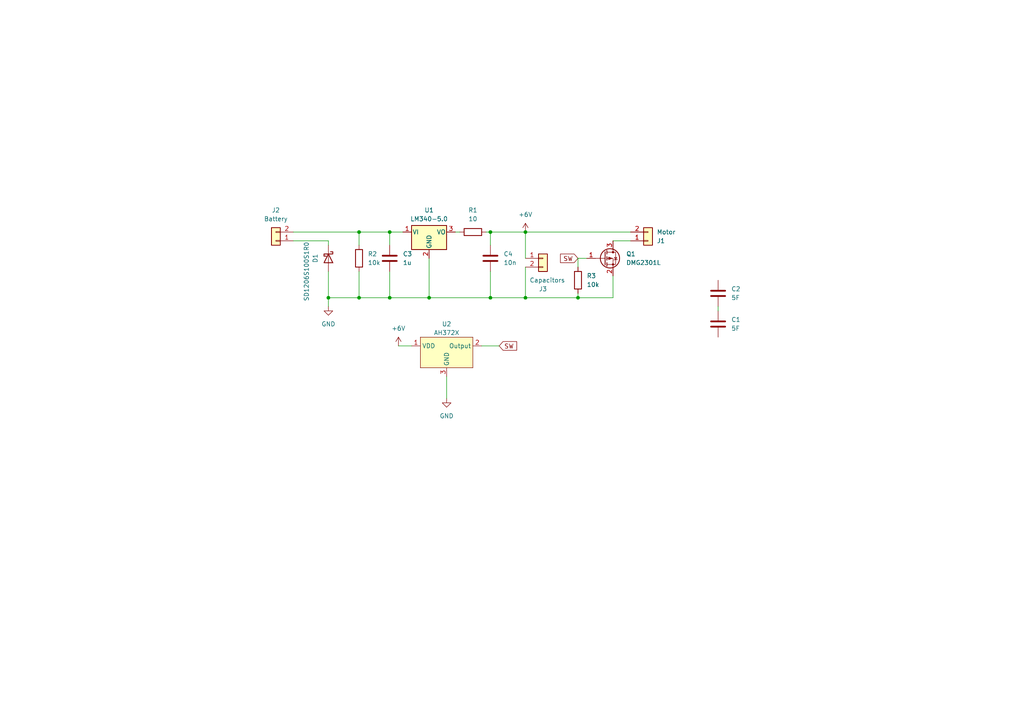
<source format=kicad_sch>
(kicad_sch (version 20230121) (generator eeschema)
  (paper "A4")
  (lib_symbols
    (symbol "Connector_Generic:Conn_01x02" (pin_names (offset 1.016) hide)
      (property "Reference" "J" (at 0 2.54 0))
      (property "Value" "Conn_01x02" (at 0 -5.08 0))
      (symbol "Conn_01x02_1_1"
        (rectangle (start -1.27 -2.413) (end 0 -2.667) (stroke (width 0.1524)))
        (rectangle (start -1.27 0.127) (end 0 -0.127) (stroke (width 0.1524)))
        (rectangle (start -1.27 1.27) (end 1.27 -3.81) (stroke (width 0.254)) (fill (type background)))
        (pin passive line (at -5.08 0 0) (length 3.81) (name "Pin_1") (number "1"))
        (pin passive line (at -5.08 -2.54 0) (length 3.81) (name "Pin_2") (number "2"))
      )
    )
    (symbol "Custom:AH372"
      (property "Reference" "U2" (at 7.62 3.81 0))
      (property "Value" "AH372X" (at 7.62 1.27 0))
      (symbol "AH372_1_1"
        (rectangle (start 0 0) (end 15.24 -8.89) (fill (type background)))
        (pin power_in line (at -2.54 -2.54 0) (length 2.54) (name "VDD") (number "1"))
        (pin output line (at 17.78 -2.54 180) (length 2.54) (name "Output") (number "2"))
        (pin power_in line (at 7.62 -11.43 90) (length 2.54) (name "GND") (number "3"))
      )
    )
    (symbol "Device:C" (pin_numbers hide) (pin_names (offset 0.254))
      (property "Reference" "C" (at 0.635 2.54 0))
      (property "Value" "C" (at 0.635 -2.54 0))
      (symbol "C_0_1"
        (polyline (pts (xy -2.032 -0.762) (xy 2.032 -0.762)) (stroke (width 0.508)))
        (polyline (pts (xy -2.032 0.762) (xy 2.032 0.762)) (stroke (width 0.508)))
      )
      (symbol "C_1_1"
        (pin passive line (at 0 3.81 270) (length 2.794) (name "~") (number "1"))
        (pin passive line (at 0 -3.81 90) (length 2.794) (name "~") (number "2"))
      )
    )
    (symbol "Device:R" (pin_numbers hide) (pin_names (offset 0))
      (property "Reference" "R" (at 2.032 0 90))
      (property "Value" "R" (at 0 0 90))
      (symbol "R_0_1"
        (rectangle (start -1.016 -2.54) (end 1.016 2.54) (stroke (width 0.254)))
      )
      (symbol "R_1_1"
        (pin passive line (at 0 3.81 270) (length 1.27) (name "~") (number "1"))
        (pin passive line (at 0 -3.81 90) (length 1.27) (name "~") (number "2"))
      )
    )
    (symbol "Diode:1N6857UR" (pin_numbers hide) (pin_names (offset 1.016) hide)
      (property "Reference" "D" (at 0 2.54 0))
      (property "Value" "1N6857UR" (at 0 -2.54 0))
      (symbol "1N6857UR_0_1"
        (polyline (pts (xy 1.27 0) (xy -1.27 0)))
        (polyline (pts (xy 1.27 1.27) (xy 1.27 -1.27) (xy -1.27 0) (xy 1.27 1.27)) (stroke (width 0.254)))
        (polyline (pts (xy -1.905 0.635) (xy -1.905 1.27) (xy -1.27 1.27) (xy -1.27 -1.27) (xy -0.635 -1.27) (xy -0.635 -0.635)) (stroke (width 0.254)))
      )
      (symbol "1N6857UR_1_1"
        (pin passive line (at -3.81 0 0) (length 2.54) (name "K") (number "1"))
        (pin passive line (at 3.81 0 180) (length 2.54) (name "A") (number "2"))
      )
    )
    (symbol "Regulator_Linear:LM1085-5.0" (pin_names (offset 0.254))
      (property "Reference" "U1" (at 0 6.35 0))
      (property "Value" "LM1085-5.0" (at 0 3.81 0))
      (symbol "LM1085-5.0_0_1"
        (rectangle (start -5.08 1.905) (end 5.08 -5.08) (stroke (width 0.254)) (fill (type background)))
      )
      (symbol "LM1085-5.0_1_1"
        (pin power_in line (at -7.62 0 0) (length 2.54) (name "VI") (number "1"))
        (pin power_in line (at 0 -7.62 90) (length 2.54) (name "GND") (number "2"))
        (pin power_out line (at 7.62 0 180) (length 2.54) (name "VO") (number "3"))
      )
    )
    (symbol "Transistor_FET:DMG2301L" (pin_names hide)
      (property "Reference" "Q" (at 5.08 1.905 0))
      (property "Value" "DMG2301L" (at 5.08 0 0))
      (symbol "DMG2301L_0_1"
        (polyline (pts (xy 0.254 0) (xy -2.54 0)))
        (polyline (pts (xy 0.254 1.905) (xy 0.254 -1.905)) (stroke (width 0.254)))
        (polyline (pts (xy 0.762 -1.27) (xy 0.762 -2.286)) (stroke (width 0.254)))
        (polyline (pts (xy 0.762 0.508) (xy 0.762 -0.508)) (stroke (width 0.254)))
        (polyline (pts (xy 0.762 2.286) (xy 0.762 1.27)) (stroke (width 0.254)))
        (polyline (pts (xy 2.54 2.54) (xy 2.54 1.778)))
        (polyline (pts (xy 2.54 -2.54) (xy 2.54 0) (xy 0.762 0)))
        (polyline (pts (xy 0.762 1.778) (xy 3.302 1.778) (xy 3.302 -1.778) (xy 0.762 -1.778)))
        (polyline (pts (xy 2.286 0) (xy 1.27 0.381) (xy 1.27 -0.381) (xy 2.286 0)) (fill (type outline)))
        (polyline (pts (xy 2.794 -0.508) (xy 2.921 -0.381) (xy 3.683 -0.381) (xy 3.81 -0.254)))
        (polyline (pts (xy 3.302 -0.381) (xy 2.921 0.254) (xy 3.683 0.254) (xy 3.302 -0.381)))
        (circle (center 1.651 0) (radius 2.794) (stroke (width 0.254)))
        (circle (center 2.54 -1.778) (radius 0.254) (fill (type outline)))
        (circle (center 2.54 1.778) (radius 0.254) (fill (type outline)))
      )
      (symbol "DMG2301L_1_1"
        (pin input line (at -5.08 0 0) (length 2.54) (name "G") (number "1"))
        (pin passive line (at 2.54 -5.08 90) (length 2.54) (name "S") (number "2"))
        (pin passive line (at 2.54 5.08 270) (length 2.54) (name "D") (number "3"))
      )
    )
    (symbol "power:+6V" (power) (pin_names (offset 0))
      (property "Value" "+6V" (at 0 3.556 0))
      (symbol "+6V_0_1"
        (polyline (pts (xy -0.762 1.27) (xy 0 2.54)))
        (polyline (pts (xy 0 0) (xy 0 2.54)))
        (polyline (pts (xy 0 2.54) (xy 0.762 1.27)))
      )
      (symbol "+6V_1_1"
        (pin power_in line (at 0 0 90) (length 0) hide (name "+6V") (number "1"))
      )
    )
    (symbol "power:GND" (power) (pin_names (offset 0))
      (property "Value" "GND" (at 0 -3.81 0))
      (symbol "GND_0_1"
        (polyline (pts (xy 0 0) (xy 0 -1.27) (xy 1.27 -1.27) (xy 0 -2.54) (xy -1.27 -1.27) (xy 0 -1.27)))
      )
      (symbol "GND_1_1"
        (pin power_in line (at 0 0 270) (length 0) hide (name "GND") (number "1"))
      )
    )
  )
  (junction (at 167.64 86.36))
  (junction (at 152.4 67.31))
  (junction (at 124.46 86.36))
  (junction (at 152.4 86.36))
  (junction (at 142.24 86.36))
  (junction (at 142.24 67.31))
  (junction (at 104.14 86.36))
  (junction (at 113.03 67.31))
  (junction (at 113.03 86.36))
  (junction (at 104.14 67.31))
  (junction (at 95.25 86.36))
  (wire (pts (xy 152.4 77.47) (xy 152.4 86.36)))
  (wire (pts (xy 115.57 100.33) (xy 119.38 100.33)))
  (wire (pts (xy 113.03 86.36) (xy 124.46 86.36)))
  (wire (pts (xy 104.14 67.31) (xy 104.14 71.12)))
  (wire (pts (xy 132.08 67.31) (xy 133.35 67.31)))
  (wire (pts (xy 142.24 86.36) (xy 152.4 86.36)))
  (wire (pts (xy 152.4 86.36) (xy 167.64 86.36)))
  (wire (pts (xy 113.03 67.31) (xy 116.84 67.31)))
  (wire (pts (xy 140.97 67.31) (xy 142.24 67.31)))
  (wire (pts (xy 104.14 78.74) (xy 104.14 86.36)))
  (wire (pts (xy 104.14 86.36) (xy 113.03 86.36)))
  (wire (pts (xy 95.25 78.74) (xy 95.25 86.36)))
  (wire (pts (xy 167.64 85.09) (xy 167.64 86.36)))
  (wire (pts (xy 152.4 67.31) (xy 152.4 74.93)))
  (wire (pts (xy 95.25 86.36) (xy 104.14 86.36)))
  (wire (pts (xy 177.8 86.36) (xy 167.64 86.36)))
  (wire (pts (xy 182.88 67.31) (xy 152.4 67.31)))
  (wire (pts (xy 85.09 67.31) (xy 104.14 67.31)))
  (wire (pts (xy 124.46 74.93) (xy 124.46 86.36)))
  (wire (pts (xy 85.09 69.85) (xy 95.25 69.85)))
  (wire (pts (xy 95.25 88.9) (xy 95.25 86.36)))
  (wire (pts (xy 129.54 109.22) (xy 129.54 115.57)))
  (wire (pts (xy 104.14 67.31) (xy 113.03 67.31)))
  (wire (pts (xy 142.24 67.31) (xy 152.4 67.31)))
  (wire (pts (xy 177.8 69.85) (xy 182.88 69.85)))
  (wire (pts (xy 170.18 74.93) (xy 167.64 74.93)))
  (wire (pts (xy 139.7 100.33) (xy 144.78 100.33)))
  (wire (pts (xy 113.03 78.74) (xy 113.03 86.36)))
  (wire (pts (xy 124.46 86.36) (xy 142.24 86.36)))
  (wire (pts (xy 95.25 69.85) (xy 95.25 71.12)))
  (wire (pts (xy 208.28 88.9) (xy 208.28 90.17)))
  (wire (pts (xy 142.24 78.74) (xy 142.24 86.36)))
  (wire (pts (xy 177.8 80.01) (xy 177.8 86.36)))
  (wire (pts (xy 142.24 67.31) (xy 142.24 71.12)))
  (wire (pts (xy 167.64 74.93) (xy 167.64 77.47)))
  (wire (pts (xy 113.03 67.31) (xy 113.03 71.12)))
  (global_label "SW" (shape input) (at 144.78 100.33 0) (property "Intersheetrefs" "${INTERSHEET_REFS}" (effects hide)))
  (global_label "SW" (shape input) (at 167.64 74.93 180) (property "Intersheetrefs" "${INTERSHEET_REFS}" (effects hide)))
  (symbol (lib_id "Connector_Generic:Conn_01x02") (at 80.01 69.85 180) (unit 1)
    (property "Reference" "J2" (at 80.01 60.96 0))
    (property "Value" "Battery" (at 80.01 63.5 0))
    (property "Footprint" "Connector_PinHeader_2.54mm:PinHeader_1x02_P2.54mm_Horizontal" (effects hide))
  )
  (symbol (lib_id "power:GND") (at 95.25 88.9 0) (unit 1)
    (property "Reference" "#PWR01" (effects hide))
    (property "Value" "GND" (at 95.25 93.98 0))
  )
  (symbol (lib_id "Device:R") (at 104.14 74.93 0) (unit 1)
    (property "Reference" "R2" (at 106.68 73.66 0) (effects (justify left)))
    (property "Value" "10k" (at 106.68 76.2 0) (effects (justify left)))
    (property "Footprint" "Resistor_SMD:R_0603_1608Metric" (effects hide))
  )
  (symbol (lib_id "Device:C") (at 113.03 74.93 0) (unit 1)
    (property "Reference" "C3" (at 116.84 73.66 0) (effects (justify left)))
    (property "Value" "1u" (at 116.84 76.2 0) (effects (justify left)))
    (property "Footprint" "Capacitor_SMD:C_0603_1608Metric" (effects hide))
  )
  (symbol (lib_id "Connector_Generic:Conn_01x02") (at 157.48 74.93 0) (unit 1)
    (property "Reference" "J3" (at 157.48 83.82 0))
    (property "Value" "Capacitors" (at 158.75 81.28 0))
    (property "Footprint" "Connector_PinHeader_2.54mm:PinHeader_1x02_P2.54mm_Vertical" (effects hide))
  )
  (symbol (lib_id "power:+6V") (at 115.57 100.33 0) (unit 1)
    (property "Reference" "#PWR04" (effects hide))
    (property "Value" "+6V" (at 115.57 95.25 0))
  )
  (symbol (lib_id "power:+6V") (at 152.4 67.31 0) (unit 1)
    (property "Reference" "#PWR02" (effects hide))
    (property "Value" "+6V" (at 152.4 62.23 0))
  )
  (symbol (lib_id "Device:C") (at 142.24 74.93 0) (unit 1)
    (property "Reference" "C4" (at 146.05 73.66 0) (effects (justify left)))
    (property "Value" "10n" (at 146.05 76.2 0) (effects (justify left)))
    (property "Footprint" "Capacitor_SMD:C_0603_1608Metric" (effects hide))
  )
  (symbol (lib_id "Device:C") (at 208.28 85.09 0) (unit 1)
    (property "Reference" "C2" (at 212.09 83.82 0) (effects (justify left)))
    (property "Value" "5F" (at 212.09 86.36 0) (effects (justify left)))
    (property "Footprint" "Capacitor_THT:CP_Radial_D5.0mm_P2.00mm" (effects hide))
  )
  (symbol (lib_id "Device:R") (at 137.16 67.31 270) (unit 1)
    (property "Reference" "R1" (at 137.16 60.96 90))
    (property "Value" "10" (at 137.16 63.5 90))
    (property "Footprint" "Resistor_SMD:R_1206_3216Metric" (effects hide))
  )
  (symbol (lib_id "Transistor_FET:DMG2301L") (at 175.26 74.93 0) (unit 1)
    (property "Reference" "Q1" (at 181.61 73.66 0) (effects (justify left)))
    (property "Value" "DMG2301L" (at 181.61 76.2 0) (effects (justify left)))
    (property "Footprint" "Package_TO_SOT_SMD:SOT-23" (effects hide))
    (property "Datasheet" "https://www.diodes.com/assets/Datasheets/DMG2301L.pdf" (effects hide))
  )
  (symbol (lib_id "Device:C") (at 208.28 93.98 0) (unit 1)
    (property "Reference" "C1" (at 212.09 92.71 0) (effects (justify left)))
    (property "Value" "5F" (at 212.09 95.25 0) (effects (justify left)))
    (property "Footprint" "Capacitor_THT:CP_Radial_D5.0mm_P2.00mm" (effects hide))
  )
  (symbol (lib_id "Connector_Generic:Conn_01x02") (at 187.96 69.85 0) (mirror x) (unit 1)
    (property "Reference" "J1" (at 190.5 69.85 0) (effects (justify left)))
    (property "Value" "Motor" (at 190.5 67.31 0) (effects (justify left)))
    (property "Footprint" "Connector_PinHeader_2.54mm:PinHeader_1x02_P2.54mm_Horizontal" (effects hide))
  )
  (symbol (lib_id "Diode:1N6857UR") (at 95.25 74.93 270) (unit 1)
    (property "Reference" "D1" (at 91.44 74.93 0))
    (property "Value" "SD1206S100S1R0" (at 88.9 78.74 0))
    (property "Footprint" "Diode_SMD:D_1206_3216Metric" (effects hide))
    (property "Datasheet" "https://www.microsemi.com/document-portal/doc_download/131890-lds-0040-1-datasheet" (effects hide))
  )
  (symbol (lib_id "power:GND") (at 129.54 115.57 0) (unit 1)
    (property "Reference" "#PWR03" (effects hide))
    (property "Value" "GND" (at 129.54 120.65 0))
  )
  (symbol (lib_id "Custom:AH372") (at 121.92 97.79 0) (unit 1)
    (property "Reference" "U2" (at 129.54 93.98 0))
    (property "Value" "AH372X" (at 129.54 96.52 0))
    (property "Footprint" "Package_TO_SOT_SMD:SOT-23" (effects hide))
  )
  (symbol (lib_id "Device:R") (at 167.64 81.28 0) (unit 1)
    (property "Reference" "R3" (at 170.18 80.01 0) (effects (justify left)))
    (property "Value" "10k" (at 170.18 82.55 0) (effects (justify left)))
    (property "Footprint" "Resistor_SMD:R_0603_1608Metric" (effects hide))
  )
  (symbol (lib_id "Regulator_Linear:LM1085-5.0") (at 124.46 67.31 0) (unit 1)
    (property "Reference" "U1" (at 124.46 60.96 0))
    (property "Value" "LM340-5.0" (at 124.46 63.5 0))
    (property "Footprint" "Package_TO_SOT_SMD:SOT-223-3_TabPin2" (effects hide))
    (property "Datasheet" "http://www.ti.com/lit/ds/symlink/lm1085.pdf" (effects hide))
  )
)
</source>
